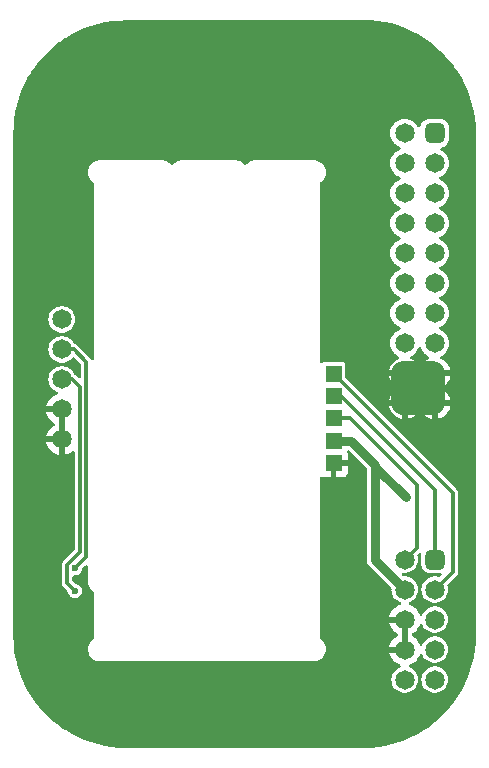
<source format=gbl>
%TF.GenerationSoftware,KiCad,Pcbnew,8.0.6*%
%TF.CreationDate,2024-11-04T19:51:36+01:00*%
%TF.ProjectId,Motor_Driver_carrier_board,4d6f746f-725f-4447-9269-7665725f6361,rev?*%
%TF.SameCoordinates,Original*%
%TF.FileFunction,Copper,L2,Bot*%
%TF.FilePolarity,Positive*%
%FSLAX46Y46*%
G04 Gerber Fmt 4.6, Leading zero omitted, Abs format (unit mm)*
G04 Created by KiCad (PCBNEW 8.0.6) date 2024-11-04 19:51:36*
%MOMM*%
%LPD*%
G01*
G04 APERTURE LIST*
G04 Aperture macros list*
%AMRoundRect*
0 Rectangle with rounded corners*
0 $1 Rounding radius*
0 $2 $3 $4 $5 $6 $7 $8 $9 X,Y pos of 4 corners*
0 Add a 4 corners polygon primitive as box body*
4,1,4,$2,$3,$4,$5,$6,$7,$8,$9,$2,$3,0*
0 Add four circle primitives for the rounded corners*
1,1,$1+$1,$2,$3*
1,1,$1+$1,$4,$5*
1,1,$1+$1,$6,$7*
1,1,$1+$1,$8,$9*
0 Add four rect primitives between the rounded corners*
20,1,$1+$1,$2,$3,$4,$5,0*
20,1,$1+$1,$4,$5,$6,$7,0*
20,1,$1+$1,$6,$7,$8,$9,0*
20,1,$1+$1,$8,$9,$2,$3,0*%
G04 Aperture macros list end*
%TA.AperFunction,ComponentPad*%
%ADD10C,1.650000*%
%TD*%
%TA.AperFunction,ComponentPad*%
%ADD11RoundRect,0.412500X0.412500X-0.412500X0.412500X0.412500X-0.412500X0.412500X-0.412500X-0.412500X0*%
%TD*%
%TA.AperFunction,SMDPad,CuDef*%
%ADD12R,1.400000X1.400000*%
%TD*%
%TA.AperFunction,ViaPad*%
%ADD13C,0.600000*%
%TD*%
%TA.AperFunction,ViaPad*%
%ADD14C,1.200000*%
%TD*%
%TA.AperFunction,Conductor*%
%ADD15C,2.000000*%
%TD*%
%TA.AperFunction,Conductor*%
%ADD16C,0.300000*%
%TD*%
%TA.AperFunction,Conductor*%
%ADD17C,0.800000*%
%TD*%
%ADD18C,0.300000*%
%ADD19C,0.350000*%
G04 APERTURE END LIST*
D10*
%TO.P,J3,1,1*%
%TO.N,SWDIO*%
X121800000Y-62120000D03*
%TO.P,J3,2,2*%
%TO.N,SWCLK*%
X121800000Y-64660000D03*
%TO.P,J3,3,3*%
%TO.N,3.3V*%
X121800000Y-67200000D03*
%TO.P,J3,4,4*%
%TO.N,GND*%
X121800000Y-69740000D03*
%TO.P,J3,5,5*%
X121800000Y-72280000D03*
%TD*%
D11*
%TO.P,P2,1,1*%
%TO.N,OUT1*%
X153375000Y-46350000D03*
D10*
%TO.P,P2,2,2*%
X150835000Y-46350000D03*
%TO.P,P2,3,3*%
X153375000Y-48890000D03*
%TO.P,P2,4,4*%
X150835000Y-48890000D03*
%TO.P,P2,5,5*%
%TO.N,OUT2*%
X153375000Y-51430000D03*
%TO.P,P2,6,6*%
X150835000Y-51430000D03*
%TO.P,P2,7,7*%
X153375000Y-53970000D03*
%TO.P,P2,8,8*%
X150835000Y-53970000D03*
%TO.P,P2,9,9*%
%TO.N,OUT3*%
X153375000Y-56510000D03*
%TO.P,P2,10,10*%
X150835000Y-56510000D03*
%TO.P,P2,11,11*%
X153375000Y-59050000D03*
%TO.P,P2,12,12*%
X150835000Y-59050000D03*
%TO.P,P2,13,13*%
%TO.N,24V*%
X153375000Y-61590000D03*
%TO.P,P2,14,14*%
X150835000Y-61590000D03*
%TO.P,P2,15,15*%
X153375000Y-64130000D03*
%TO.P,P2,16,16*%
X150835000Y-64130000D03*
%TO.P,P2,17,17*%
%TO.N,GND*%
X153375000Y-66670000D03*
%TO.P,P2,18,18*%
X150835000Y-66670000D03*
%TO.P,P2,19,19*%
X153375000Y-69210000D03*
%TO.P,P2,20,20*%
X150835000Y-69210000D03*
D11*
%TO.P,P2,21,21*%
%TO.N,H2*%
X153375000Y-82450000D03*
D10*
%TO.P,P2,22,22*%
%TO.N,H3*%
X150835000Y-82450000D03*
%TO.P,P2,23,23*%
%TO.N,H1*%
X153375000Y-84990000D03*
%TO.P,P2,24,24*%
%TO.N,5V*%
X150835000Y-84990000D03*
%TO.P,P2,25,25*%
%TO.N,RX*%
X153375000Y-87530000D03*
%TO.P,P2,26,26*%
%TO.N,GND*%
X150835000Y-87530000D03*
%TO.P,P2,27,27*%
%TO.N,5V*%
X153375000Y-90070000D03*
%TO.P,P2,28,28*%
%TO.N,GND*%
X150835000Y-90070000D03*
%TO.P,P2,29,29*%
%TO.N,TX*%
X153375000Y-92610000D03*
%TO.P,P2,30,30*%
%TO.N,PWM*%
X150835000Y-92610000D03*
%TD*%
D12*
%TO.P,GND,1*%
%TO.N,GND*%
X144800000Y-74300000D03*
%TD*%
%TO.P,H2,1*%
%TO.N,H2*%
X144800000Y-68600000D03*
%TD*%
%TO.P,5V,1*%
%TO.N,5V*%
X144800000Y-72400000D03*
%TD*%
%TO.P,H1,1*%
%TO.N,H1*%
X144800000Y-66700000D03*
%TD*%
%TO.P,H3,1*%
%TO.N,H3*%
X144800000Y-70500000D03*
%TD*%
D13*
%TO.N,GND*%
X122900000Y-87000000D03*
D14*
X125800000Y-93300000D03*
D13*
%TO.N,3.3V*%
X122900000Y-85100000D03*
%TO.N,SWCLK*%
X122900000Y-83200000D03*
%TO.N,5V*%
X150900000Y-77150000D03*
%TD*%
D15*
%TO.N,GND*%
X150660000Y-66670000D02*
X150660000Y-69210000D01*
X153200000Y-69210000D02*
X150660000Y-69210000D01*
X153200000Y-66670000D02*
X150660000Y-66670000D01*
X153200000Y-66670000D02*
X153200000Y-69210000D01*
X150660000Y-69210000D02*
X153200000Y-66670000D01*
D16*
%TO.N,3.3V*%
X122250000Y-82900000D02*
X123344500Y-81805500D01*
X122250000Y-84450000D02*
X122250000Y-82900000D01*
X122700000Y-67200000D02*
X121800000Y-67200000D01*
X123344500Y-81805500D02*
X123344500Y-67844500D01*
X123344500Y-67844500D02*
X122700000Y-67200000D01*
X122900000Y-85100000D02*
X122250000Y-84450000D01*
%TO.N,SWCLK*%
X123844500Y-82255500D02*
X123844500Y-80300761D01*
X123844500Y-71919239D02*
X123844500Y-67580761D01*
X123844500Y-67580761D02*
X123850000Y-67575261D01*
X122900000Y-83200000D02*
X123844500Y-82255500D01*
X123850000Y-67575261D02*
X123850000Y-65700000D01*
X123850000Y-80295261D02*
X123850000Y-71924739D01*
X123850000Y-71924739D02*
X123844500Y-71919239D01*
X123844500Y-80300761D02*
X123850000Y-80295261D01*
X123850000Y-65700000D02*
X122810000Y-64660000D01*
X122810000Y-64660000D02*
X121800000Y-64660000D01*
%TO.N,H1*%
X154900000Y-76800000D02*
X154900000Y-83465000D01*
X144800000Y-66700000D02*
X154900000Y-76800000D01*
X154900000Y-83465000D02*
X153375000Y-84990000D01*
%TO.N,H3*%
X151850000Y-81435000D02*
X150835000Y-82450000D01*
X144800000Y-70500000D02*
X146200000Y-70500000D01*
X146200000Y-70500000D02*
X151850000Y-76150000D01*
X151850000Y-76150000D02*
X151850000Y-81435000D01*
D17*
%TO.N,5V*%
X144800000Y-72400000D02*
X146300000Y-72400000D01*
X148350000Y-82505000D02*
X150835000Y-84990000D01*
X150900000Y-77150000D02*
X148350000Y-74600000D01*
X148350000Y-74450000D02*
X148350000Y-82505000D01*
X148350000Y-74600000D02*
X148350000Y-74450000D01*
X146300000Y-72400000D02*
X148350000Y-74450000D01*
D16*
%TO.N,H2*%
X144800000Y-68600000D02*
X145450000Y-68600000D01*
X145450000Y-68600000D02*
X153375000Y-76525000D01*
X153375000Y-76525000D02*
X153375000Y-82450000D01*
%TD*%
%TA.AperFunction,Conductor*%
%TO.N,GND*%
G36*
X151085000Y-89579252D02*
G01*
X151047292Y-89557482D01*
X150907409Y-89520000D01*
X150762591Y-89520000D01*
X150622708Y-89557482D01*
X150585000Y-89579252D01*
X150585000Y-88020747D01*
X150622708Y-88042518D01*
X150762591Y-88080000D01*
X150907409Y-88080000D01*
X151047292Y-88042518D01*
X151085000Y-88020747D01*
X151085000Y-89579252D01*
G37*
%TD.AperFunction*%
%TA.AperFunction,Conductor*%
G36*
X122050000Y-71789252D02*
G01*
X122012292Y-71767482D01*
X121872409Y-71730000D01*
X121727591Y-71730000D01*
X121587708Y-71767482D01*
X121550000Y-71789252D01*
X121550000Y-70230747D01*
X121587708Y-70252518D01*
X121727591Y-70290000D01*
X121872409Y-70290000D01*
X122012292Y-70252518D01*
X122050000Y-70230747D01*
X122050000Y-71789252D01*
G37*
%TD.AperFunction*%
%TA.AperFunction,Conductor*%
G36*
X152862482Y-68997708D02*
G01*
X152825000Y-69137591D01*
X152825000Y-69282409D01*
X152862482Y-69422292D01*
X152884252Y-69460000D01*
X151325748Y-69460000D01*
X151347518Y-69422292D01*
X151385000Y-69282409D01*
X151385000Y-69137591D01*
X151347518Y-68997708D01*
X151325748Y-68960000D01*
X152884252Y-68960000D01*
X152862482Y-68997708D01*
G37*
%TD.AperFunction*%
%TA.AperFunction,Conductor*%
G36*
X151085000Y-68719252D02*
G01*
X151047292Y-68697482D01*
X150907409Y-68660000D01*
X150762591Y-68660000D01*
X150622708Y-68697482D01*
X150585000Y-68719252D01*
X150585000Y-67160747D01*
X150622708Y-67182518D01*
X150762591Y-67220000D01*
X150907409Y-67220000D01*
X151047292Y-67182518D01*
X151085000Y-67160747D01*
X151085000Y-68719252D01*
G37*
%TD.AperFunction*%
%TA.AperFunction,Conductor*%
G36*
X153625000Y-68719252D02*
G01*
X153587292Y-68697482D01*
X153447409Y-68660000D01*
X153302591Y-68660000D01*
X153162708Y-68697482D01*
X153125000Y-68719252D01*
X153125000Y-67160747D01*
X153162708Y-67182518D01*
X153302591Y-67220000D01*
X153447409Y-67220000D01*
X153587292Y-67182518D01*
X153625000Y-67160747D01*
X153625000Y-68719252D01*
G37*
%TD.AperFunction*%
%TA.AperFunction,Conductor*%
G36*
X152172864Y-67271321D02*
G01*
X152217383Y-67322698D01*
X152223134Y-67335032D01*
X152356118Y-67524951D01*
X152520048Y-67688881D01*
X152709970Y-67821867D01*
X152709974Y-67821869D01*
X152722303Y-67827619D01*
X152774742Y-67873792D01*
X152793893Y-67940986D01*
X152773676Y-68007867D01*
X152722303Y-68052381D01*
X152709975Y-68058129D01*
X152709968Y-68058133D01*
X152520051Y-68191114D01*
X152356114Y-68355051D01*
X152223133Y-68544968D01*
X152223129Y-68544975D01*
X152217381Y-68557303D01*
X152171208Y-68609742D01*
X152104014Y-68628893D01*
X152037133Y-68608676D01*
X151992619Y-68557303D01*
X151986870Y-68544975D01*
X151986866Y-68544968D01*
X151853885Y-68355051D01*
X151689951Y-68191118D01*
X151500032Y-68058134D01*
X151487698Y-68052383D01*
X151435258Y-68006211D01*
X151416106Y-67939017D01*
X151436321Y-67872136D01*
X151487698Y-67827617D01*
X151500032Y-67821865D01*
X151689951Y-67688881D01*
X151853881Y-67524951D01*
X151986865Y-67335032D01*
X151992617Y-67322698D01*
X152038789Y-67270258D01*
X152105983Y-67251106D01*
X152172864Y-67271321D01*
G37*
%TD.AperFunction*%
%TA.AperFunction,Conductor*%
G36*
X152862482Y-66457708D02*
G01*
X152825000Y-66597591D01*
X152825000Y-66742409D01*
X152862482Y-66882292D01*
X152884252Y-66920000D01*
X151325748Y-66920000D01*
X151347518Y-66882292D01*
X151385000Y-66742409D01*
X151385000Y-66597591D01*
X151347518Y-66457708D01*
X151325748Y-66420000D01*
X152884252Y-66420000D01*
X152862482Y-66457708D01*
G37*
%TD.AperFunction*%
%TA.AperFunction,Conductor*%
G36*
X152172865Y-64495884D02*
G01*
X152217382Y-64547259D01*
X152219007Y-64550744D01*
X152219008Y-64550747D01*
X152309632Y-64745091D01*
X152432627Y-64920745D01*
X152584255Y-65072373D01*
X152759909Y-65195368D01*
X152840020Y-65232724D01*
X152892460Y-65278896D01*
X152911612Y-65346089D01*
X152891397Y-65412970D01*
X152840021Y-65457488D01*
X152709970Y-65518132D01*
X152709968Y-65518133D01*
X152520051Y-65651114D01*
X152356114Y-65815051D01*
X152223133Y-66004968D01*
X152223129Y-66004975D01*
X152217381Y-66017303D01*
X152171208Y-66069742D01*
X152104014Y-66088893D01*
X152037133Y-66068676D01*
X151992619Y-66017303D01*
X151986870Y-66004975D01*
X151986866Y-66004968D01*
X151853885Y-65815051D01*
X151689951Y-65651118D01*
X151500030Y-65518132D01*
X151369978Y-65457488D01*
X151317539Y-65411315D01*
X151298387Y-65344122D01*
X151318603Y-65277241D01*
X151369974Y-65232726D01*
X151450091Y-65195368D01*
X151625745Y-65072373D01*
X151777373Y-64920745D01*
X151900368Y-64745091D01*
X151990992Y-64550747D01*
X151990992Y-64550744D01*
X151992618Y-64547259D01*
X152038790Y-64494820D01*
X152105984Y-64475668D01*
X152172865Y-64495884D01*
G37*
%TD.AperFunction*%
%TA.AperFunction,Conductor*%
G36*
X147350237Y-36750592D02*
G01*
X147941268Y-36772052D01*
X147948975Y-36772573D01*
X148536386Y-36830872D01*
X148544074Y-36831880D01*
X149126637Y-36926825D01*
X149134248Y-36928311D01*
X149709749Y-37059539D01*
X149717259Y-37061501D01*
X150283404Y-37228488D01*
X150290758Y-37230910D01*
X150845350Y-37433010D01*
X150852532Y-37435885D01*
X151393414Y-37672312D01*
X151400416Y-37675639D01*
X151925419Y-37945449D01*
X151932167Y-37949188D01*
X152403219Y-38229859D01*
X152439259Y-38251333D01*
X152445801Y-38255514D01*
X152932953Y-38588785D01*
X152939213Y-38593361D01*
X153404582Y-38956494D01*
X153410551Y-38961460D01*
X153852255Y-39352989D01*
X153857880Y-39358298D01*
X154058712Y-39560131D01*
X154274226Y-39776720D01*
X154279523Y-39782388D01*
X154535352Y-40073910D01*
X154668853Y-40226038D01*
X154673790Y-40232033D01*
X155034590Y-40699187D01*
X155039142Y-40705478D01*
X155369985Y-41194283D01*
X155374134Y-41200846D01*
X155673743Y-41709418D01*
X155677473Y-41716229D01*
X155944659Y-42242552D01*
X155947955Y-42249583D01*
X156181667Y-42791583D01*
X156184517Y-42798806D01*
X156383854Y-43354391D01*
X156386246Y-43361779D01*
X156550412Y-43928737D01*
X156552337Y-43936260D01*
X156680694Y-44512381D01*
X156682145Y-44520009D01*
X156774192Y-45103051D01*
X156775162Y-45110755D01*
X156830534Y-45698404D01*
X156831020Y-45706155D01*
X156849561Y-46298045D01*
X156849622Y-46301927D01*
X156849500Y-88834106D01*
X156849500Y-88898046D01*
X156849439Y-88901941D01*
X156830877Y-89492582D01*
X156830388Y-89500356D01*
X156774959Y-90086732D01*
X156773982Y-90094461D01*
X156681849Y-90676169D01*
X156680390Y-90683821D01*
X156551903Y-91258638D01*
X156549965Y-91266183D01*
X156385648Y-91831765D01*
X156383242Y-91839168D01*
X156379881Y-91848507D01*
X156183735Y-92393323D01*
X156180868Y-92400565D01*
X155946952Y-92941113D01*
X155943635Y-92948162D01*
X155676241Y-93472951D01*
X155672488Y-93479777D01*
X155372675Y-93986734D01*
X155368501Y-93993311D01*
X155037444Y-94480446D01*
X155032865Y-94486748D01*
X154671887Y-94952118D01*
X154666922Y-94958121D01*
X154277406Y-95399940D01*
X154272073Y-95405618D01*
X153855618Y-95822073D01*
X153849940Y-95827406D01*
X153408121Y-96216922D01*
X153402118Y-96221887D01*
X152936748Y-96582865D01*
X152930446Y-96587444D01*
X152443311Y-96918501D01*
X152436734Y-96922675D01*
X151929777Y-97222488D01*
X151922951Y-97226241D01*
X151398162Y-97493635D01*
X151391113Y-97496952D01*
X150850565Y-97730868D01*
X150843323Y-97733735D01*
X150461504Y-97871198D01*
X150289168Y-97933242D01*
X150281765Y-97935648D01*
X149716183Y-98099965D01*
X149708638Y-98101903D01*
X149133821Y-98230390D01*
X149126169Y-98231849D01*
X148544461Y-98323982D01*
X148536732Y-98324959D01*
X147950356Y-98380388D01*
X147942582Y-98380877D01*
X147351941Y-98399439D01*
X147348046Y-98399500D01*
X127201954Y-98399500D01*
X127198059Y-98399439D01*
X126607417Y-98380877D01*
X126599643Y-98380388D01*
X126013267Y-98324959D01*
X126005538Y-98323982D01*
X125423830Y-98231849D01*
X125416178Y-98230390D01*
X124841361Y-98101903D01*
X124833816Y-98099965D01*
X124268234Y-97935648D01*
X124260840Y-97933246D01*
X123706676Y-97733735D01*
X123699434Y-97730868D01*
X123158886Y-97496952D01*
X123151837Y-97493635D01*
X122627048Y-97226241D01*
X122620222Y-97222488D01*
X122113265Y-96922675D01*
X122106688Y-96918501D01*
X121619553Y-96587444D01*
X121613251Y-96582865D01*
X121147881Y-96221887D01*
X121141878Y-96216922D01*
X120700059Y-95827406D01*
X120694381Y-95822073D01*
X120277926Y-95405618D01*
X120272593Y-95399940D01*
X119883077Y-94958121D01*
X119878112Y-94952118D01*
X119517134Y-94486748D01*
X119512555Y-94480446D01*
X119181498Y-93993311D01*
X119177324Y-93986734D01*
X118877511Y-93479777D01*
X118873758Y-93472951D01*
X118606364Y-92948162D01*
X118603047Y-92941113D01*
X118369131Y-92400565D01*
X118366270Y-92393338D01*
X118166746Y-91839139D01*
X118164358Y-91831789D01*
X118000031Y-91266172D01*
X117998096Y-91258638D01*
X117975416Y-91157173D01*
X117869605Y-90683802D01*
X117868153Y-90676188D01*
X117776016Y-90094459D01*
X117775040Y-90086732D01*
X117769792Y-90031211D01*
X117719610Y-89500340D01*
X117719123Y-89492598D01*
X117700561Y-88901941D01*
X117700500Y-88898046D01*
X117700500Y-69490000D01*
X120495247Y-69490000D01*
X121309252Y-69490000D01*
X121287482Y-69527708D01*
X121250000Y-69667591D01*
X121250000Y-69812409D01*
X121287482Y-69952292D01*
X121309252Y-69990000D01*
X120495247Y-69990000D01*
X120550148Y-70194900D01*
X120550152Y-70194909D01*
X120648132Y-70405030D01*
X120781118Y-70594951D01*
X120945048Y-70758881D01*
X121134970Y-70891867D01*
X121134974Y-70891869D01*
X121147303Y-70897619D01*
X121199742Y-70943792D01*
X121218893Y-71010986D01*
X121198676Y-71077867D01*
X121147303Y-71122381D01*
X121134975Y-71128129D01*
X121134968Y-71128133D01*
X120945051Y-71261114D01*
X120781114Y-71425051D01*
X120648133Y-71614968D01*
X120648132Y-71614970D01*
X120550152Y-71825090D01*
X120550148Y-71825099D01*
X120495247Y-72030000D01*
X121309252Y-72030000D01*
X121287482Y-72067708D01*
X121250000Y-72207591D01*
X121250000Y-72352409D01*
X121287482Y-72492292D01*
X121309252Y-72530000D01*
X120495247Y-72530000D01*
X120550148Y-72734900D01*
X120550152Y-72734909D01*
X120648132Y-72945030D01*
X120781118Y-73134951D01*
X120945048Y-73298881D01*
X121134969Y-73431867D01*
X121345090Y-73529847D01*
X121345099Y-73529851D01*
X121550000Y-73584752D01*
X121550000Y-72770747D01*
X121587708Y-72792518D01*
X121727591Y-72830000D01*
X121872409Y-72830000D01*
X122012292Y-72792518D01*
X122050000Y-72770747D01*
X122050000Y-73584751D01*
X122254900Y-73529851D01*
X122254909Y-73529847D01*
X122465030Y-73431867D01*
X122654951Y-73298881D01*
X122682319Y-73271514D01*
X122743642Y-73238029D01*
X122813334Y-73243013D01*
X122869267Y-73284885D01*
X122893684Y-73350349D01*
X122894000Y-73359195D01*
X122894000Y-81567534D01*
X122874315Y-81634573D01*
X122857681Y-81655215D01*
X121889513Y-82623383D01*
X121889509Y-82623389D01*
X121830201Y-82726112D01*
X121830200Y-82726117D01*
X121799500Y-82840691D01*
X121799500Y-84509308D01*
X121818891Y-84581680D01*
X121830200Y-84623885D01*
X121830200Y-84623886D01*
X121830201Y-84623887D01*
X121889511Y-84726614D01*
X121889513Y-84726616D01*
X122269317Y-85106421D01*
X122302802Y-85167744D01*
X122304575Y-85177916D01*
X122314955Y-85256761D01*
X122373591Y-85398319D01*
X122375464Y-85402841D01*
X122471718Y-85528282D01*
X122597159Y-85624536D01*
X122743238Y-85685044D01*
X122821619Y-85695363D01*
X122899999Y-85705682D01*
X122900000Y-85705682D01*
X122900001Y-85705682D01*
X122952254Y-85698802D01*
X123056762Y-85685044D01*
X123202841Y-85624536D01*
X123328282Y-85528282D01*
X123424536Y-85402841D01*
X123485044Y-85256762D01*
X123505682Y-85100000D01*
X123485044Y-84943238D01*
X123424536Y-84797159D01*
X123328282Y-84671718D01*
X123202841Y-84575464D01*
X123202274Y-84575229D01*
X123056761Y-84514955D01*
X122977916Y-84504575D01*
X122914019Y-84476308D01*
X122906421Y-84469317D01*
X122736819Y-84299715D01*
X122703334Y-84238392D01*
X122700500Y-84212034D01*
X122700500Y-83920812D01*
X122720185Y-83853773D01*
X122772989Y-83808018D01*
X122840685Y-83797873D01*
X122900000Y-83805682D01*
X122900001Y-83805682D01*
X122952254Y-83798802D01*
X123056762Y-83785044D01*
X123202841Y-83724536D01*
X123328282Y-83628282D01*
X123424536Y-83502841D01*
X123485044Y-83356762D01*
X123495424Y-83277915D01*
X123523688Y-83214021D01*
X123530669Y-83206433D01*
X123782319Y-82954784D01*
X123843642Y-82921299D01*
X123913334Y-82926283D01*
X123969267Y-82968155D01*
X123993684Y-83033619D01*
X123994000Y-83042465D01*
X123994000Y-84377534D01*
X124024398Y-84549937D01*
X124084275Y-84714446D01*
X124171809Y-84866057D01*
X124284336Y-85000163D01*
X124418442Y-85112690D01*
X124418443Y-85112691D01*
X124418445Y-85112692D01*
X124437500Y-85123693D01*
X124485716Y-85174260D01*
X124499500Y-85231080D01*
X124499500Y-89110482D01*
X124499497Y-89110532D01*
X124499497Y-89112084D01*
X124499380Y-89112480D01*
X124498617Y-89125256D01*
X124498614Y-89125281D01*
X124495723Y-89124934D01*
X124479812Y-89179123D01*
X124447668Y-89209771D01*
X124449068Y-89211602D01*
X124448504Y-89212033D01*
X124437807Y-89219173D01*
X124437495Y-89219472D01*
X124436505Y-89220043D01*
X124435336Y-89220824D01*
X124418561Y-89230534D01*
X124418555Y-89230538D01*
X124276353Y-89352912D01*
X124276349Y-89352916D01*
X124203801Y-89443889D01*
X124159368Y-89499606D01*
X124073710Y-89661681D01*
X124071698Y-89665487D01*
X124016398Y-89844766D01*
X124016395Y-89844779D01*
X123995389Y-90031211D01*
X124009410Y-90218304D01*
X124057970Y-90399537D01*
X124118347Y-90524909D01*
X124139376Y-90568576D01*
X124250789Y-90719536D01*
X124388325Y-90847150D01*
X124547188Y-90946971D01*
X124547191Y-90946972D01*
X124547190Y-90946972D01*
X124610997Y-90972014D01*
X124721840Y-91015516D01*
X124906190Y-91050397D01*
X124925489Y-91050417D01*
X124926715Y-91050500D01*
X124934108Y-91050500D01*
X143223317Y-91050500D01*
X143224537Y-91050417D01*
X143243810Y-91050397D01*
X143428160Y-91015516D01*
X143602812Y-90946971D01*
X143761675Y-90847150D01*
X143899211Y-90719536D01*
X144010624Y-90568576D01*
X144092030Y-90399536D01*
X144140589Y-90218308D01*
X144154610Y-90031211D01*
X144133603Y-89844770D01*
X144078301Y-89665485D01*
X143990632Y-89499606D01*
X143873652Y-89352918D01*
X143873650Y-89352916D01*
X143873646Y-89352912D01*
X143797271Y-89287187D01*
X143731441Y-89230536D01*
X143714729Y-89220863D01*
X143713717Y-89220185D01*
X143712485Y-89219474D01*
X143712188Y-89219162D01*
X143701355Y-89211914D01*
X143700869Y-89211541D01*
X143702677Y-89209184D01*
X143664277Y-89168899D01*
X143653648Y-89125010D01*
X143651386Y-89125282D01*
X143651383Y-89125257D01*
X143650621Y-89112511D01*
X143650502Y-89112019D01*
X143650502Y-89110532D01*
X143650500Y-89110483D01*
X143650500Y-75535807D01*
X143670185Y-75468768D01*
X143722989Y-75423013D01*
X143792147Y-75413069D01*
X143848814Y-75436542D01*
X143857913Y-75443354D01*
X143992620Y-75493596D01*
X143992627Y-75493598D01*
X144052155Y-75499999D01*
X144052172Y-75500000D01*
X144550000Y-75500000D01*
X145050000Y-75500000D01*
X145547828Y-75500000D01*
X145547844Y-75499999D01*
X145607372Y-75493598D01*
X145607379Y-75493596D01*
X145742086Y-75443354D01*
X145742093Y-75443350D01*
X145857187Y-75357190D01*
X145857190Y-75357187D01*
X145943350Y-75242093D01*
X145943354Y-75242086D01*
X145993596Y-75107379D01*
X145993598Y-75107372D01*
X145999999Y-75047844D01*
X146000000Y-75047827D01*
X146000000Y-74550000D01*
X145050000Y-74550000D01*
X145050000Y-75500000D01*
X144550000Y-75500000D01*
X144550000Y-74174000D01*
X144569685Y-74106961D01*
X144622489Y-74061206D01*
X144674000Y-74050000D01*
X146000000Y-74050000D01*
X146000000Y-73552172D01*
X145999999Y-73552155D01*
X145993598Y-73492627D01*
X145993596Y-73492620D01*
X145949882Y-73375416D01*
X145944898Y-73305725D01*
X145978383Y-73244402D01*
X146039706Y-73210917D01*
X146109398Y-73215901D01*
X146153745Y-73244402D01*
X147613181Y-74703838D01*
X147646666Y-74765161D01*
X147649500Y-74791519D01*
X147649500Y-82436006D01*
X147649500Y-82573994D01*
X147649500Y-82573996D01*
X147649499Y-82573996D01*
X147676418Y-82709322D01*
X147676421Y-82709332D01*
X147729222Y-82836807D01*
X147805887Y-82951545D01*
X147805888Y-82951546D01*
X149675361Y-84821018D01*
X149708846Y-84882341D01*
X149711151Y-84920140D01*
X149704678Y-84989998D01*
X149704678Y-84990000D01*
X149723923Y-85197691D01*
X149723923Y-85197693D01*
X149723924Y-85197696D01*
X149740730Y-85256762D01*
X149781007Y-85398322D01*
X149845719Y-85528281D01*
X149873981Y-85585038D01*
X149999682Y-85751493D01*
X150153829Y-85892016D01*
X150331172Y-86001823D01*
X150331175Y-86001824D01*
X150421866Y-86036958D01*
X150477268Y-86079531D01*
X150500859Y-86145297D01*
X150485148Y-86213378D01*
X150435124Y-86262157D01*
X150409167Y-86272360D01*
X150380097Y-86280149D01*
X150380090Y-86280152D01*
X150169970Y-86378132D01*
X150169968Y-86378133D01*
X149980051Y-86511114D01*
X149816114Y-86675051D01*
X149683133Y-86864968D01*
X149683132Y-86864970D01*
X149585152Y-87075090D01*
X149585148Y-87075099D01*
X149530247Y-87280000D01*
X150344252Y-87280000D01*
X150322482Y-87317708D01*
X150285000Y-87457591D01*
X150285000Y-87602409D01*
X150322482Y-87742292D01*
X150344252Y-87780000D01*
X149530247Y-87780000D01*
X149585148Y-87984900D01*
X149585152Y-87984909D01*
X149683132Y-88195030D01*
X149816118Y-88384951D01*
X149980048Y-88548881D01*
X150169970Y-88681867D01*
X150169974Y-88681869D01*
X150182303Y-88687619D01*
X150234742Y-88733792D01*
X150253893Y-88800986D01*
X150233676Y-88867867D01*
X150182303Y-88912381D01*
X150169975Y-88918129D01*
X150169968Y-88918133D01*
X149980051Y-89051114D01*
X149816114Y-89215051D01*
X149683133Y-89404968D01*
X149683132Y-89404970D01*
X149585152Y-89615090D01*
X149585148Y-89615099D01*
X149530247Y-89820000D01*
X150344252Y-89820000D01*
X150322482Y-89857708D01*
X150285000Y-89997591D01*
X150285000Y-90142409D01*
X150322482Y-90282292D01*
X150344252Y-90320000D01*
X149530247Y-90320000D01*
X149585148Y-90524900D01*
X149585152Y-90524909D01*
X149683132Y-90735030D01*
X149816118Y-90924951D01*
X149980048Y-91088881D01*
X150169969Y-91221867D01*
X150380090Y-91319847D01*
X150380104Y-91319853D01*
X150409164Y-91327639D01*
X150468825Y-91364002D01*
X150499356Y-91426849D01*
X150491062Y-91496224D01*
X150446578Y-91550103D01*
X150421868Y-91563040D01*
X150331178Y-91598173D01*
X150331171Y-91598177D01*
X150153827Y-91707985D01*
X149999683Y-91848505D01*
X149873981Y-92014961D01*
X149781007Y-92201677D01*
X149781006Y-92201681D01*
X149725434Y-92396999D01*
X149723923Y-92402308D01*
X149704678Y-92609999D01*
X149704678Y-92610000D01*
X149723923Y-92817691D01*
X149723923Y-92817693D01*
X149723924Y-92817696D01*
X149781006Y-93018319D01*
X149873981Y-93205038D01*
X149999682Y-93371493D01*
X150153829Y-93512016D01*
X150331172Y-93621823D01*
X150525673Y-93697173D01*
X150730707Y-93735500D01*
X150730710Y-93735500D01*
X150939290Y-93735500D01*
X150939293Y-93735500D01*
X151144327Y-93697173D01*
X151338828Y-93621823D01*
X151516171Y-93512016D01*
X151670318Y-93371493D01*
X151796019Y-93205038D01*
X151888994Y-93018319D01*
X151946076Y-92817696D01*
X151965322Y-92610000D01*
X151965322Y-92609999D01*
X152244678Y-92609999D01*
X152244678Y-92610000D01*
X152263923Y-92817691D01*
X152263923Y-92817693D01*
X152263924Y-92817696D01*
X152321006Y-93018319D01*
X152413981Y-93205038D01*
X152539682Y-93371493D01*
X152693829Y-93512016D01*
X152871172Y-93621823D01*
X153065673Y-93697173D01*
X153270707Y-93735500D01*
X153270710Y-93735500D01*
X153479290Y-93735500D01*
X153479293Y-93735500D01*
X153684327Y-93697173D01*
X153878828Y-93621823D01*
X154056171Y-93512016D01*
X154210318Y-93371493D01*
X154336019Y-93205038D01*
X154428994Y-93018319D01*
X154486076Y-92817696D01*
X154505322Y-92610000D01*
X154486076Y-92402304D01*
X154428994Y-92201681D01*
X154336019Y-92014962D01*
X154210318Y-91848507D01*
X154056171Y-91707984D01*
X153878828Y-91598177D01*
X153878827Y-91598176D01*
X153736609Y-91543081D01*
X153684327Y-91522827D01*
X153479293Y-91484500D01*
X153270707Y-91484500D01*
X153065673Y-91522827D01*
X153065670Y-91522827D01*
X153065670Y-91522828D01*
X152871172Y-91598176D01*
X152871171Y-91598177D01*
X152693827Y-91707985D01*
X152539683Y-91848505D01*
X152413981Y-92014961D01*
X152321007Y-92201677D01*
X152321006Y-92201681D01*
X152265434Y-92396999D01*
X152263923Y-92402308D01*
X152244678Y-92609999D01*
X151965322Y-92609999D01*
X151946076Y-92402304D01*
X151888994Y-92201681D01*
X151796019Y-92014962D01*
X151670318Y-91848507D01*
X151516171Y-91707984D01*
X151338828Y-91598177D01*
X151338827Y-91598176D01*
X151248132Y-91563041D01*
X151192730Y-91520468D01*
X151169140Y-91454701D01*
X151184851Y-91386620D01*
X151234875Y-91337842D01*
X151260836Y-91327638D01*
X151289903Y-91319850D01*
X151289909Y-91319847D01*
X151500030Y-91221867D01*
X151689951Y-91088881D01*
X151853881Y-90924951D01*
X151986867Y-90735030D01*
X152084847Y-90524909D01*
X152084852Y-90524898D01*
X152090810Y-90502662D01*
X152127174Y-90443001D01*
X152190020Y-90412471D01*
X152259396Y-90420765D01*
X152313274Y-90465250D01*
X152321585Y-90479482D01*
X152344205Y-90524909D01*
X152413981Y-90665038D01*
X152539682Y-90831493D01*
X152693829Y-90972016D01*
X152871172Y-91081823D01*
X153065673Y-91157173D01*
X153270707Y-91195500D01*
X153270710Y-91195500D01*
X153479290Y-91195500D01*
X153479293Y-91195500D01*
X153684327Y-91157173D01*
X153878828Y-91081823D01*
X154056171Y-90972016D01*
X154210318Y-90831493D01*
X154336019Y-90665038D01*
X154428994Y-90478319D01*
X154486076Y-90277696D01*
X154505322Y-90070000D01*
X154486076Y-89862304D01*
X154428994Y-89661681D01*
X154336019Y-89474962D01*
X154210318Y-89308507D01*
X154056171Y-89167984D01*
X153878828Y-89058177D01*
X153878827Y-89058176D01*
X153736609Y-89003081D01*
X153684327Y-88982827D01*
X153479293Y-88944500D01*
X153270707Y-88944500D01*
X153065673Y-88982827D01*
X153065670Y-88982827D01*
X153065670Y-88982828D01*
X152871172Y-89058176D01*
X152871171Y-89058177D01*
X152693827Y-89167985D01*
X152539683Y-89308505D01*
X152413981Y-89474961D01*
X152321585Y-89660517D01*
X152274082Y-89711754D01*
X152206419Y-89729175D01*
X152140079Y-89707249D01*
X152096124Y-89652938D01*
X152090810Y-89637338D01*
X152084851Y-89615099D01*
X152084847Y-89615090D01*
X151986867Y-89404970D01*
X151986866Y-89404968D01*
X151853885Y-89215051D01*
X151689951Y-89051118D01*
X151500032Y-88918134D01*
X151487698Y-88912383D01*
X151435258Y-88866211D01*
X151416106Y-88799017D01*
X151436321Y-88732136D01*
X151487698Y-88687617D01*
X151500032Y-88681865D01*
X151689951Y-88548881D01*
X151853881Y-88384951D01*
X151986867Y-88195030D01*
X152084847Y-87984909D01*
X152084852Y-87984898D01*
X152090810Y-87962662D01*
X152127174Y-87903001D01*
X152190020Y-87872471D01*
X152259396Y-87880765D01*
X152313274Y-87925250D01*
X152321585Y-87939482D01*
X152344205Y-87984909D01*
X152413981Y-88125038D01*
X152539682Y-88291493D01*
X152693829Y-88432016D01*
X152871172Y-88541823D01*
X153065673Y-88617173D01*
X153270707Y-88655500D01*
X153270710Y-88655500D01*
X153479290Y-88655500D01*
X153479293Y-88655500D01*
X153684327Y-88617173D01*
X153878828Y-88541823D01*
X154056171Y-88432016D01*
X154210318Y-88291493D01*
X154336019Y-88125038D01*
X154428994Y-87938319D01*
X154486076Y-87737696D01*
X154505322Y-87530000D01*
X154486076Y-87322304D01*
X154428994Y-87121681D01*
X154336019Y-86934962D01*
X154210318Y-86768507D01*
X154056171Y-86627984D01*
X153878828Y-86518177D01*
X153878827Y-86518176D01*
X153736609Y-86463081D01*
X153684327Y-86442827D01*
X153479293Y-86404500D01*
X153270707Y-86404500D01*
X153065673Y-86442827D01*
X153065670Y-86442827D01*
X153065670Y-86442828D01*
X152871172Y-86518176D01*
X152871171Y-86518177D01*
X152693827Y-86627985D01*
X152539683Y-86768505D01*
X152413981Y-86934961D01*
X152321585Y-87120517D01*
X152274082Y-87171754D01*
X152206419Y-87189175D01*
X152140079Y-87167249D01*
X152096124Y-87112938D01*
X152090810Y-87097338D01*
X152084851Y-87075099D01*
X152084847Y-87075090D01*
X151986867Y-86864970D01*
X151986866Y-86864968D01*
X151853885Y-86675051D01*
X151689951Y-86511118D01*
X151500030Y-86378132D01*
X151289909Y-86280152D01*
X151289903Y-86280149D01*
X151260832Y-86272360D01*
X151201172Y-86235995D01*
X151170643Y-86173148D01*
X151178938Y-86103772D01*
X151223423Y-86049894D01*
X151248130Y-86036959D01*
X151338828Y-86001823D01*
X151516171Y-85892016D01*
X151670318Y-85751493D01*
X151796019Y-85585038D01*
X151888994Y-85398319D01*
X151946076Y-85197696D01*
X151965322Y-84990000D01*
X151946076Y-84782304D01*
X151888994Y-84581681D01*
X151796019Y-84394962D01*
X151670318Y-84228507D01*
X151516171Y-84087984D01*
X151338828Y-83978177D01*
X151338827Y-83978176D01*
X151171859Y-83913493D01*
X151144327Y-83902827D01*
X150939293Y-83864500D01*
X150751519Y-83864500D01*
X150684480Y-83844815D01*
X150663838Y-83828181D01*
X150620838Y-83785181D01*
X150587353Y-83723858D01*
X150592337Y-83654166D01*
X150634209Y-83598233D01*
X150699673Y-83573816D01*
X150724974Y-83575252D01*
X150725001Y-83574971D01*
X150730705Y-83575499D01*
X150730707Y-83575500D01*
X150730709Y-83575500D01*
X150939290Y-83575500D01*
X150939293Y-83575500D01*
X151144327Y-83537173D01*
X151338828Y-83461823D01*
X151516171Y-83352016D01*
X151670318Y-83211493D01*
X151796019Y-83045038D01*
X151888994Y-82858319D01*
X151946076Y-82657696D01*
X151965322Y-82450000D01*
X151946076Y-82242304D01*
X151907037Y-82105095D01*
X151907624Y-82035228D01*
X151938622Y-81983480D01*
X151960315Y-81961787D01*
X152039152Y-81882950D01*
X152100473Y-81849467D01*
X152170165Y-81854451D01*
X152226098Y-81896323D01*
X152250515Y-81961787D01*
X152250190Y-81983228D01*
X152249500Y-81989979D01*
X152249500Y-82910005D01*
X152249501Y-82910023D01*
X152259475Y-83007662D01*
X152259476Y-83007665D01*
X152300500Y-83131465D01*
X152311903Y-83165878D01*
X152399404Y-83307739D01*
X152517261Y-83425596D01*
X152659122Y-83513097D01*
X152817337Y-83565524D01*
X152914987Y-83575500D01*
X153835012Y-83575499D01*
X153841762Y-83574809D01*
X153910453Y-83587577D01*
X153961339Y-83635455D01*
X153978262Y-83703245D01*
X153955849Y-83769422D01*
X153942047Y-83785848D01*
X153842903Y-83884992D01*
X153781580Y-83918477D01*
X153711888Y-83913493D01*
X153710430Y-83912938D01*
X153684334Y-83902829D01*
X153684330Y-83902828D01*
X153684327Y-83902827D01*
X153479293Y-83864500D01*
X153270707Y-83864500D01*
X153065673Y-83902827D01*
X153065670Y-83902827D01*
X153065670Y-83902828D01*
X152871172Y-83978176D01*
X152871171Y-83978177D01*
X152693827Y-84087985D01*
X152539683Y-84228505D01*
X152413981Y-84394961D01*
X152321007Y-84581677D01*
X152321006Y-84581680D01*
X152321006Y-84581681D01*
X152283232Y-84714445D01*
X152263923Y-84782308D01*
X152244678Y-84989999D01*
X152244678Y-84990000D01*
X152263923Y-85197691D01*
X152263923Y-85197693D01*
X152263924Y-85197696D01*
X152280730Y-85256762D01*
X152321007Y-85398322D01*
X152385719Y-85528281D01*
X152413981Y-85585038D01*
X152539682Y-85751493D01*
X152693829Y-85892016D01*
X152871172Y-86001823D01*
X153065673Y-86077173D01*
X153270707Y-86115500D01*
X153270710Y-86115500D01*
X153479290Y-86115500D01*
X153479293Y-86115500D01*
X153684327Y-86077173D01*
X153878828Y-86001823D01*
X154056171Y-85892016D01*
X154210318Y-85751493D01*
X154336019Y-85585038D01*
X154428994Y-85398319D01*
X154486076Y-85197696D01*
X154505322Y-84990000D01*
X154498848Y-84920140D01*
X154487453Y-84797160D01*
X154486076Y-84782304D01*
X154447036Y-84645092D01*
X154447622Y-84575229D01*
X154478619Y-84523482D01*
X155260490Y-83741614D01*
X155319799Y-83638887D01*
X155336783Y-83575500D01*
X155350500Y-83524309D01*
X155350500Y-76740691D01*
X155319799Y-76626114D01*
X155319799Y-76626113D01*
X155260489Y-76523386D01*
X145836818Y-67099715D01*
X145803333Y-67038392D01*
X145800499Y-67012034D01*
X145800499Y-66420000D01*
X149530247Y-66420000D01*
X150344252Y-66420000D01*
X150322482Y-66457708D01*
X150285000Y-66597591D01*
X150285000Y-66742409D01*
X150322482Y-66882292D01*
X150344252Y-66920000D01*
X149530247Y-66920000D01*
X149585148Y-67124900D01*
X149585152Y-67124909D01*
X149683132Y-67335030D01*
X149816118Y-67524951D01*
X149980048Y-67688881D01*
X150169970Y-67821867D01*
X150169974Y-67821869D01*
X150182303Y-67827619D01*
X150234742Y-67873792D01*
X150253893Y-67940986D01*
X150233676Y-68007867D01*
X150182303Y-68052381D01*
X150169975Y-68058129D01*
X150169968Y-68058133D01*
X149980051Y-68191114D01*
X149816114Y-68355051D01*
X149683133Y-68544968D01*
X149683132Y-68544970D01*
X149585152Y-68755090D01*
X149585148Y-68755099D01*
X149530247Y-68960000D01*
X150344252Y-68960000D01*
X150322482Y-68997708D01*
X150285000Y-69137591D01*
X150285000Y-69282409D01*
X150322482Y-69422292D01*
X150344252Y-69460000D01*
X149530247Y-69460000D01*
X149585148Y-69664900D01*
X149585152Y-69664909D01*
X149683132Y-69875030D01*
X149816118Y-70064951D01*
X149980048Y-70228881D01*
X150169969Y-70361867D01*
X150380090Y-70459847D01*
X150380099Y-70459851D01*
X150585000Y-70514752D01*
X150585000Y-69700747D01*
X150622708Y-69722518D01*
X150762591Y-69760000D01*
X150907409Y-69760000D01*
X151047292Y-69722518D01*
X151085000Y-69700747D01*
X151085000Y-70514751D01*
X151289900Y-70459851D01*
X151289909Y-70459847D01*
X151500030Y-70361867D01*
X151689951Y-70228881D01*
X151853881Y-70064951D01*
X151986865Y-69875032D01*
X151992617Y-69862698D01*
X152038789Y-69810258D01*
X152105983Y-69791106D01*
X152172864Y-69811321D01*
X152217383Y-69862698D01*
X152223134Y-69875032D01*
X152356118Y-70064951D01*
X152520048Y-70228881D01*
X152709969Y-70361867D01*
X152920090Y-70459847D01*
X152920099Y-70459851D01*
X153125000Y-70514752D01*
X153125000Y-69700747D01*
X153162708Y-69722518D01*
X153302591Y-69760000D01*
X153447409Y-69760000D01*
X153587292Y-69722518D01*
X153625000Y-69700747D01*
X153625000Y-70514751D01*
X153829900Y-70459851D01*
X153829909Y-70459847D01*
X154040030Y-70361867D01*
X154229951Y-70228881D01*
X154393881Y-70064951D01*
X154526867Y-69875030D01*
X154624847Y-69664909D01*
X154624851Y-69664900D01*
X154679753Y-69460000D01*
X153865748Y-69460000D01*
X153887518Y-69422292D01*
X153925000Y-69282409D01*
X153925000Y-69137591D01*
X153887518Y-68997708D01*
X153865748Y-68960000D01*
X154679752Y-68960000D01*
X154624851Y-68755099D01*
X154624847Y-68755090D01*
X154526867Y-68544970D01*
X154526866Y-68544968D01*
X154393885Y-68355051D01*
X154229951Y-68191118D01*
X154040032Y-68058134D01*
X154027698Y-68052383D01*
X153975258Y-68006211D01*
X153956106Y-67939017D01*
X153976321Y-67872136D01*
X154027698Y-67827617D01*
X154040032Y-67821865D01*
X154229951Y-67688881D01*
X154393881Y-67524951D01*
X154526867Y-67335030D01*
X154624847Y-67124909D01*
X154624851Y-67124900D01*
X154679753Y-66920000D01*
X153865748Y-66920000D01*
X153887518Y-66882292D01*
X153925000Y-66742409D01*
X153925000Y-66597591D01*
X153887518Y-66457708D01*
X153865748Y-66420000D01*
X154679752Y-66420000D01*
X154624851Y-66215099D01*
X154624847Y-66215090D01*
X154526867Y-66004970D01*
X154526866Y-66004968D01*
X154393885Y-65815051D01*
X154229951Y-65651118D01*
X154040030Y-65518132D01*
X153909978Y-65457488D01*
X153857539Y-65411315D01*
X153838387Y-65344122D01*
X153858603Y-65277241D01*
X153909974Y-65232726D01*
X153990091Y-65195368D01*
X154165745Y-65072373D01*
X154317373Y-64920745D01*
X154440368Y-64745091D01*
X154530992Y-64550747D01*
X154586492Y-64343619D01*
X154605181Y-64130000D01*
X154586492Y-63916381D01*
X154530992Y-63709253D01*
X154440368Y-63514910D01*
X154317373Y-63339255D01*
X154165745Y-63187627D01*
X153990091Y-63064632D01*
X153795747Y-62974008D01*
X153795744Y-62974007D01*
X153792259Y-62972382D01*
X153739820Y-62926210D01*
X153720668Y-62859016D01*
X153740884Y-62792135D01*
X153792259Y-62747618D01*
X153795744Y-62745992D01*
X153795747Y-62745992D01*
X153990091Y-62655368D01*
X154165745Y-62532373D01*
X154317373Y-62380745D01*
X154440368Y-62205091D01*
X154530992Y-62010747D01*
X154586492Y-61803619D01*
X154605181Y-61590000D01*
X154586492Y-61376381D01*
X154530992Y-61169253D01*
X154440368Y-60974910D01*
X154317373Y-60799255D01*
X154165745Y-60647627D01*
X153990091Y-60524632D01*
X153795747Y-60434008D01*
X153795744Y-60434007D01*
X153792259Y-60432382D01*
X153739820Y-60386210D01*
X153720668Y-60319016D01*
X153740884Y-60252135D01*
X153792259Y-60207618D01*
X153795744Y-60205992D01*
X153795747Y-60205992D01*
X153990091Y-60115368D01*
X154165745Y-59992373D01*
X154317373Y-59840745D01*
X154440368Y-59665091D01*
X154530992Y-59470747D01*
X154586492Y-59263619D01*
X154605181Y-59050000D01*
X154586492Y-58836381D01*
X154530992Y-58629253D01*
X154440368Y-58434910D01*
X154317373Y-58259255D01*
X154165745Y-58107627D01*
X153990091Y-57984632D01*
X153795747Y-57894008D01*
X153795744Y-57894007D01*
X153792259Y-57892382D01*
X153739820Y-57846210D01*
X153720668Y-57779016D01*
X153740884Y-57712135D01*
X153792259Y-57667618D01*
X153795744Y-57665992D01*
X153795747Y-57665992D01*
X153990091Y-57575368D01*
X154165745Y-57452373D01*
X154317373Y-57300745D01*
X154440368Y-57125091D01*
X154530992Y-56930747D01*
X154586492Y-56723619D01*
X154605181Y-56510000D01*
X154586492Y-56296381D01*
X154530992Y-56089253D01*
X154440368Y-55894910D01*
X154317373Y-55719255D01*
X154165745Y-55567627D01*
X153990091Y-55444632D01*
X153795747Y-55354008D01*
X153795744Y-55354007D01*
X153792259Y-55352382D01*
X153739820Y-55306210D01*
X153720668Y-55239016D01*
X153740884Y-55172135D01*
X153792259Y-55127618D01*
X153795744Y-55125992D01*
X153795747Y-55125992D01*
X153990091Y-55035368D01*
X154165745Y-54912373D01*
X154317373Y-54760745D01*
X154440368Y-54585091D01*
X154530992Y-54390747D01*
X154586492Y-54183619D01*
X154605181Y-53970000D01*
X154586492Y-53756381D01*
X154530992Y-53549253D01*
X154440368Y-53354910D01*
X154317373Y-53179255D01*
X154165745Y-53027627D01*
X153990091Y-52904632D01*
X153795747Y-52814008D01*
X153795744Y-52814007D01*
X153792259Y-52812382D01*
X153739820Y-52766210D01*
X153720668Y-52699016D01*
X153740884Y-52632135D01*
X153792259Y-52587618D01*
X153795744Y-52585992D01*
X153795747Y-52585992D01*
X153990091Y-52495368D01*
X154165745Y-52372373D01*
X154317373Y-52220745D01*
X154440368Y-52045091D01*
X154530992Y-51850747D01*
X154586492Y-51643619D01*
X154605181Y-51430000D01*
X154586492Y-51216381D01*
X154530992Y-51009253D01*
X154440368Y-50814910D01*
X154415698Y-50779678D01*
X154317376Y-50639259D01*
X154317371Y-50639253D01*
X154165745Y-50487627D01*
X154156045Y-50480835D01*
X153990091Y-50364632D01*
X153795747Y-50274008D01*
X153795744Y-50274007D01*
X153792259Y-50272382D01*
X153739820Y-50226210D01*
X153720668Y-50159016D01*
X153740884Y-50092135D01*
X153792259Y-50047618D01*
X153795744Y-50045992D01*
X153795747Y-50045992D01*
X153990091Y-49955368D01*
X154165745Y-49832373D01*
X154317373Y-49680745D01*
X154440368Y-49505091D01*
X154530992Y-49310747D01*
X154586492Y-49103619D01*
X154605181Y-48890000D01*
X154586492Y-48676381D01*
X154530992Y-48469253D01*
X154440368Y-48274910D01*
X154317373Y-48099255D01*
X154165745Y-47947627D01*
X153990091Y-47824632D01*
X153928684Y-47795997D01*
X153876245Y-47749826D01*
X153857093Y-47682633D01*
X153877308Y-47615751D01*
X153930474Y-47570417D01*
X153967207Y-47560395D01*
X153969554Y-47560131D01*
X154142479Y-47499622D01*
X154297604Y-47402151D01*
X154427151Y-47272604D01*
X154524622Y-47117479D01*
X154585131Y-46944554D01*
X154600500Y-46808153D01*
X154600499Y-45891848D01*
X154592654Y-45822215D01*
X154585132Y-45755450D01*
X154585131Y-45755446D01*
X154524622Y-45582521D01*
X154427151Y-45427396D01*
X154297604Y-45297849D01*
X154142479Y-45200378D01*
X154142478Y-45200377D01*
X154142477Y-45200377D01*
X153969548Y-45139867D01*
X153833157Y-45124500D01*
X152916845Y-45124500D01*
X152916841Y-45124501D01*
X152780450Y-45139867D01*
X152607520Y-45200378D01*
X152452395Y-45297849D01*
X152322849Y-45427395D01*
X152225377Y-45582522D01*
X152189599Y-45684769D01*
X152172054Y-45734914D01*
X152164867Y-45755453D01*
X152164602Y-45757804D01*
X152164007Y-45759219D01*
X152163317Y-45762242D01*
X152162787Y-45762121D01*
X152137529Y-45822215D01*
X152079931Y-45861765D01*
X152010094Y-45863896D01*
X151950191Y-45827933D01*
X151929001Y-45796313D01*
X151900370Y-45734914D01*
X151900367Y-45734908D01*
X151777376Y-45559259D01*
X151777371Y-45559253D01*
X151625745Y-45407627D01*
X151450090Y-45284631D01*
X151352919Y-45239320D01*
X151255747Y-45194008D01*
X151255743Y-45194007D01*
X151255739Y-45194005D01*
X151048624Y-45138509D01*
X151048620Y-45138508D01*
X151048619Y-45138508D01*
X151048618Y-45138507D01*
X151048613Y-45138507D01*
X150835002Y-45119819D01*
X150834998Y-45119819D01*
X150621386Y-45138507D01*
X150621375Y-45138509D01*
X150414260Y-45194005D01*
X150414251Y-45194009D01*
X150219910Y-45284631D01*
X150219908Y-45284632D01*
X150044259Y-45407623D01*
X150044253Y-45407628D01*
X149892628Y-45559253D01*
X149892623Y-45559259D01*
X149769632Y-45734908D01*
X149769631Y-45734910D01*
X149679009Y-45929251D01*
X149679005Y-45929260D01*
X149623509Y-46136375D01*
X149623507Y-46136386D01*
X149604819Y-46349998D01*
X149604819Y-46350001D01*
X149623507Y-46563613D01*
X149623509Y-46563624D01*
X149679005Y-46770739D01*
X149679007Y-46770743D01*
X149679008Y-46770747D01*
X149724320Y-46867919D01*
X149769631Y-46965090D01*
X149769632Y-46965091D01*
X149892627Y-47140745D01*
X150044255Y-47292373D01*
X150219909Y-47415368D01*
X150400592Y-47499622D01*
X150417740Y-47507618D01*
X150470179Y-47553790D01*
X150489331Y-47620984D01*
X150469115Y-47687865D01*
X150417740Y-47732382D01*
X150219910Y-47824631D01*
X150219908Y-47824632D01*
X150044259Y-47947623D01*
X150044253Y-47947628D01*
X149892628Y-48099253D01*
X149892623Y-48099259D01*
X149769632Y-48274908D01*
X149769631Y-48274910D01*
X149679009Y-48469251D01*
X149679005Y-48469260D01*
X149623509Y-48676375D01*
X149623507Y-48676386D01*
X149604819Y-48889998D01*
X149604819Y-48890001D01*
X149623507Y-49103613D01*
X149623509Y-49103624D01*
X149679005Y-49310739D01*
X149679007Y-49310743D01*
X149679008Y-49310747D01*
X149724320Y-49407919D01*
X149769631Y-49505090D01*
X149769632Y-49505091D01*
X149892627Y-49680745D01*
X150044255Y-49832373D01*
X150197866Y-49939933D01*
X150219909Y-49955368D01*
X150417740Y-50047618D01*
X150470179Y-50093790D01*
X150489331Y-50160984D01*
X150469115Y-50227865D01*
X150417740Y-50272382D01*
X150219910Y-50364631D01*
X150219908Y-50364632D01*
X150044259Y-50487623D01*
X150044253Y-50487628D01*
X149892628Y-50639253D01*
X149892623Y-50639259D01*
X149769632Y-50814908D01*
X149769631Y-50814910D01*
X149679009Y-51009251D01*
X149679005Y-51009260D01*
X149623509Y-51216375D01*
X149623507Y-51216386D01*
X149604819Y-51429998D01*
X149604819Y-51430001D01*
X149623507Y-51643613D01*
X149623509Y-51643624D01*
X149679005Y-51850739D01*
X149679007Y-51850743D01*
X149679008Y-51850747D01*
X149724320Y-51947919D01*
X149769631Y-52045090D01*
X149892627Y-52220745D01*
X150044254Y-52372372D01*
X150219909Y-52495368D01*
X150417740Y-52587618D01*
X150470179Y-52633790D01*
X150489331Y-52700984D01*
X150469115Y-52767865D01*
X150417740Y-52812382D01*
X150219910Y-52904631D01*
X150219908Y-52904632D01*
X150044259Y-53027623D01*
X150044253Y-53027628D01*
X149892628Y-53179253D01*
X149892623Y-53179259D01*
X149769632Y-53354908D01*
X149769631Y-53354910D01*
X149679009Y-53549251D01*
X149679005Y-53549260D01*
X149623509Y-53756375D01*
X149623507Y-53756386D01*
X149604819Y-53969998D01*
X149604819Y-53970001D01*
X149623507Y-54183613D01*
X149623509Y-54183624D01*
X149679005Y-54390739D01*
X149679007Y-54390743D01*
X149679008Y-54390747D01*
X149724320Y-54487919D01*
X149769631Y-54585090D01*
X149892627Y-54760745D01*
X150044254Y-54912372D01*
X150219909Y-55035368D01*
X150417740Y-55127618D01*
X150470179Y-55173790D01*
X150489331Y-55240984D01*
X150469115Y-55307865D01*
X150417740Y-55352382D01*
X150219910Y-55444631D01*
X150219908Y-55444632D01*
X150044259Y-55567623D01*
X150044253Y-55567628D01*
X149892628Y-55719253D01*
X149892623Y-55719259D01*
X149769632Y-55894908D01*
X149769631Y-55894910D01*
X149679009Y-56089251D01*
X149679005Y-56089260D01*
X149623509Y-56296375D01*
X149623507Y-56296386D01*
X149604819Y-56509998D01*
X149604819Y-56510001D01*
X149623507Y-56723613D01*
X149623509Y-56723624D01*
X149679005Y-56930739D01*
X149679007Y-56930743D01*
X149679008Y-56930747D01*
X149724320Y-57027919D01*
X149769631Y-57125090D01*
X149892627Y-57300745D01*
X150044254Y-57452372D01*
X150219909Y-57575368D01*
X150417740Y-57667618D01*
X150470179Y-57713790D01*
X150489331Y-57780984D01*
X150469115Y-57847865D01*
X150417740Y-57892382D01*
X150219910Y-57984631D01*
X150219908Y-57984632D01*
X150044259Y-58107623D01*
X150044253Y-58107628D01*
X149892628Y-58259253D01*
X149892623Y-58259259D01*
X149769632Y-58434908D01*
X149769631Y-58434910D01*
X149679009Y-58629251D01*
X149679005Y-58629260D01*
X149623509Y-58836375D01*
X149623507Y-58836386D01*
X149604819Y-59049998D01*
X149604819Y-59050001D01*
X149623507Y-59263613D01*
X149623509Y-59263624D01*
X149679005Y-59470739D01*
X149679007Y-59470743D01*
X149679008Y-59470747D01*
X149724320Y-59567919D01*
X149769631Y-59665090D01*
X149892627Y-59840745D01*
X150044254Y-59992372D01*
X150219909Y-60115368D01*
X150417740Y-60207618D01*
X150470179Y-60253790D01*
X150489331Y-60320984D01*
X150469115Y-60387865D01*
X150417740Y-60432382D01*
X150219910Y-60524631D01*
X150219908Y-60524632D01*
X150044259Y-60647623D01*
X150044253Y-60647628D01*
X149892628Y-60799253D01*
X149892623Y-60799259D01*
X149769632Y-60974908D01*
X149769631Y-60974910D01*
X149679009Y-61169251D01*
X149679005Y-61169260D01*
X149623509Y-61376375D01*
X149623507Y-61376386D01*
X149604819Y-61589998D01*
X149604819Y-61590001D01*
X149623507Y-61803613D01*
X149623509Y-61803624D01*
X149679005Y-62010739D01*
X149679007Y-62010743D01*
X149679008Y-62010747D01*
X149724320Y-62107919D01*
X149769631Y-62205090D01*
X149892627Y-62380745D01*
X150044254Y-62532372D01*
X150219909Y-62655368D01*
X150417740Y-62747618D01*
X150470179Y-62793790D01*
X150489331Y-62860984D01*
X150469115Y-62927865D01*
X150417740Y-62972382D01*
X150219910Y-63064631D01*
X150219908Y-63064632D01*
X150044259Y-63187623D01*
X150044253Y-63187628D01*
X149892628Y-63339253D01*
X149892623Y-63339259D01*
X149769632Y-63514908D01*
X149769631Y-63514910D01*
X149679009Y-63709251D01*
X149679005Y-63709260D01*
X149623509Y-63916375D01*
X149623507Y-63916386D01*
X149604819Y-64129998D01*
X149604819Y-64130001D01*
X149623507Y-64343613D01*
X149623509Y-64343624D01*
X149679005Y-64550739D01*
X149679007Y-64550743D01*
X149679008Y-64550747D01*
X149724320Y-64647919D01*
X149769631Y-64745090D01*
X149769632Y-64745091D01*
X149892627Y-64920745D01*
X150044255Y-65072373D01*
X150219909Y-65195368D01*
X150300020Y-65232724D01*
X150352460Y-65278896D01*
X150371612Y-65346089D01*
X150351397Y-65412970D01*
X150300021Y-65457488D01*
X150169970Y-65518132D01*
X150169968Y-65518133D01*
X149980051Y-65651114D01*
X149816114Y-65815051D01*
X149683133Y-66004968D01*
X149683132Y-66004970D01*
X149585152Y-66215090D01*
X149585148Y-66215099D01*
X149530247Y-66420000D01*
X145800499Y-66420000D01*
X145800499Y-65955143D01*
X145800499Y-65955136D01*
X145798508Y-65937965D01*
X145797586Y-65930012D01*
X145797585Y-65930010D01*
X145797585Y-65930009D01*
X145752206Y-65827235D01*
X145672765Y-65747794D01*
X145621520Y-65725167D01*
X145569992Y-65702415D01*
X145544865Y-65699500D01*
X144055143Y-65699500D01*
X144055117Y-65699502D01*
X144030012Y-65702413D01*
X144030008Y-65702415D01*
X143927235Y-65747793D01*
X143927234Y-65747794D01*
X143862181Y-65812848D01*
X143800858Y-65846333D01*
X143731166Y-65841349D01*
X143675233Y-65799477D01*
X143650816Y-65734013D01*
X143650500Y-65725167D01*
X143650500Y-50590176D01*
X143650502Y-50590132D01*
X143650502Y-50587971D01*
X143650694Y-50587315D01*
X143651637Y-50573422D01*
X143651640Y-50573400D01*
X143654653Y-50573810D01*
X143670157Y-50520923D01*
X143702088Y-50490479D01*
X143700662Y-50488628D01*
X143701224Y-50488195D01*
X143712202Y-50480835D01*
X143712560Y-50480495D01*
X143713639Y-50479872D01*
X143714788Y-50479102D01*
X143731441Y-50469464D01*
X143873652Y-50347082D01*
X143990632Y-50200394D01*
X144078301Y-50034515D01*
X144133603Y-49855230D01*
X144154610Y-49668789D01*
X144140589Y-49481692D01*
X144092030Y-49300464D01*
X144010624Y-49131424D01*
X143899211Y-48980464D01*
X143892063Y-48973832D01*
X143761676Y-48852851D01*
X143761675Y-48852850D01*
X143602812Y-48753029D01*
X143602809Y-48753028D01*
X143602808Y-48753027D01*
X143602809Y-48753027D01*
X143428167Y-48684486D01*
X143428153Y-48684482D01*
X143243811Y-48649603D01*
X143224434Y-48649581D01*
X143223194Y-48649500D01*
X143215892Y-48649500D01*
X138218366Y-48649500D01*
X138218196Y-48649450D01*
X138135077Y-48649500D01*
X138093342Y-48649500D01*
X138092959Y-48649524D01*
X138076261Y-48649534D01*
X138076258Y-48649534D01*
X137897734Y-48682173D01*
X137897731Y-48682173D01*
X137897731Y-48682174D01*
X137891621Y-48684486D01*
X137727986Y-48746405D01*
X137727980Y-48746408D01*
X137572575Y-48840131D01*
X137436564Y-48960294D01*
X137436561Y-48960298D01*
X137425931Y-48973818D01*
X137369021Y-49014352D01*
X137299230Y-49017682D01*
X137238718Y-48982753D01*
X137230996Y-48973842D01*
X137220340Y-48960294D01*
X137084371Y-48840190D01*
X137082318Y-48838952D01*
X136929022Y-48746494D01*
X136929020Y-48746493D01*
X136759350Y-48682259D01*
X136580908Y-48649585D01*
X136580897Y-48649584D01*
X136564392Y-48649568D01*
X136563340Y-48649500D01*
X136555939Y-48649500D01*
X136490195Y-48649500D01*
X136490138Y-48649499D01*
X136424302Y-48649480D01*
X136424300Y-48649480D01*
X136416408Y-48649478D01*
X136416072Y-48649500D01*
X132039489Y-48649500D01*
X132039124Y-48649476D01*
X132016652Y-48649483D01*
X132016546Y-48649452D01*
X131946008Y-48649500D01*
X131891946Y-48649500D01*
X131891379Y-48649536D01*
X131874852Y-48649547D01*
X131874851Y-48649548D01*
X131696938Y-48682026D01*
X131527725Y-48745874D01*
X131372698Y-48839024D01*
X131236887Y-48958449D01*
X131219290Y-48980694D01*
X131162258Y-49021057D01*
X131092458Y-49024179D01*
X131032051Y-48989069D01*
X131024786Y-48980684D01*
X131024610Y-48980461D01*
X131007172Y-48958414D01*
X131007168Y-48958410D01*
X131007166Y-48958408D01*
X130871314Y-48838952D01*
X130716235Y-48745797D01*
X130716226Y-48745793D01*
X130546956Y-48681964D01*
X130429282Y-48660520D01*
X130368975Y-48649530D01*
X130368974Y-48649529D01*
X130368973Y-48649529D01*
X130352462Y-48649523D01*
X130352088Y-48649500D01*
X130344452Y-48649500D01*
X124934108Y-48649500D01*
X124926838Y-48649500D01*
X124925592Y-48649581D01*
X124906189Y-48649603D01*
X124906187Y-48649603D01*
X124721846Y-48684482D01*
X124721832Y-48684486D01*
X124547191Y-48753027D01*
X124388323Y-48852851D01*
X124250791Y-48980461D01*
X124139376Y-49131423D01*
X124057970Y-49300462D01*
X124009410Y-49481695D01*
X123995389Y-49668788D01*
X124016395Y-49855220D01*
X124016396Y-49855227D01*
X124016397Y-49855230D01*
X124071699Y-50034515D01*
X124159368Y-50200394D01*
X124276348Y-50347082D01*
X124276349Y-50347083D01*
X124276353Y-50347087D01*
X124334768Y-50397357D01*
X124418559Y-50469464D01*
X124435283Y-50479144D01*
X124436433Y-50479914D01*
X124437447Y-50480499D01*
X124437695Y-50480759D01*
X124448726Y-50488146D01*
X124449288Y-50488578D01*
X124447445Y-50490975D01*
X124485686Y-50531044D01*
X124496048Y-50573716D01*
X124498360Y-50573401D01*
X124498363Y-50573423D01*
X124499288Y-50587054D01*
X124499497Y-50587915D01*
X124499497Y-50590132D01*
X124499500Y-50590177D01*
X124499500Y-65461192D01*
X124479815Y-65528231D01*
X124427011Y-65573986D01*
X124357853Y-65583930D01*
X124294297Y-65554905D01*
X124268113Y-65523193D01*
X124265191Y-65518132D01*
X124210489Y-65423386D01*
X123086614Y-64299511D01*
X123003764Y-64251677D01*
X122983888Y-64240201D01*
X122971780Y-64236957D01*
X122959673Y-64233713D01*
X122959670Y-64233712D01*
X122881390Y-64212737D01*
X122821729Y-64176372D01*
X122802483Y-64148233D01*
X122761019Y-64064963D01*
X122761019Y-64064962D01*
X122635318Y-63898507D01*
X122481171Y-63757984D01*
X122303828Y-63648177D01*
X122303827Y-63648176D01*
X122161609Y-63593081D01*
X122109327Y-63572827D01*
X121904293Y-63534500D01*
X121695707Y-63534500D01*
X121490673Y-63572827D01*
X121490670Y-63572827D01*
X121490670Y-63572828D01*
X121296172Y-63648176D01*
X121296171Y-63648177D01*
X121118827Y-63757985D01*
X120964683Y-63898505D01*
X120838981Y-64064961D01*
X120746007Y-64251677D01*
X120688923Y-64452308D01*
X120669678Y-64659999D01*
X120669678Y-64660000D01*
X120688923Y-64867691D01*
X120746007Y-65068322D01*
X120838981Y-65255038D01*
X120964683Y-65421494D01*
X121004167Y-65457488D01*
X121118829Y-65562016D01*
X121296172Y-65671823D01*
X121490673Y-65747173D01*
X121695707Y-65785500D01*
X121695710Y-65785500D01*
X121904290Y-65785500D01*
X121904293Y-65785500D01*
X122109327Y-65747173D01*
X122303828Y-65671823D01*
X122481171Y-65562016D01*
X122623739Y-65432048D01*
X122635317Y-65421494D01*
X122635317Y-65421493D01*
X122635318Y-65421493D01*
X122678121Y-65364812D01*
X122734227Y-65323177D01*
X122803939Y-65318484D01*
X122864755Y-65351858D01*
X123363181Y-65850284D01*
X123396666Y-65911607D01*
X123399500Y-65937965D01*
X123399500Y-66963034D01*
X123379815Y-67030073D01*
X123327011Y-67075828D01*
X123257853Y-67085772D01*
X123194297Y-67056747D01*
X123187819Y-67050715D01*
X122976616Y-66839513D01*
X122976614Y-66839511D01*
X122893764Y-66791677D01*
X122870292Y-66778125D01*
X122822077Y-66727557D01*
X122821293Y-66726009D01*
X122761019Y-66604963D01*
X122761019Y-66604962D01*
X122635318Y-66438507D01*
X122481171Y-66297984D01*
X122303828Y-66188177D01*
X122303827Y-66188176D01*
X122161609Y-66133081D01*
X122109327Y-66112827D01*
X121904293Y-66074500D01*
X121695707Y-66074500D01*
X121490673Y-66112827D01*
X121490670Y-66112827D01*
X121490670Y-66112828D01*
X121296172Y-66188176D01*
X121296171Y-66188177D01*
X121118827Y-66297985D01*
X120964683Y-66438505D01*
X120838981Y-66604961D01*
X120746007Y-66791677D01*
X120688923Y-66992308D01*
X120669678Y-67199999D01*
X120669678Y-67200000D01*
X120688923Y-67407691D01*
X120688923Y-67407693D01*
X120688924Y-67407696D01*
X120722286Y-67524951D01*
X120746007Y-67608322D01*
X120838981Y-67795038D01*
X120964683Y-67961494D01*
X121015552Y-68007867D01*
X121118829Y-68102016D01*
X121296172Y-68211823D01*
X121296175Y-68211824D01*
X121386866Y-68246958D01*
X121442268Y-68289531D01*
X121465859Y-68355297D01*
X121450148Y-68423378D01*
X121400124Y-68472157D01*
X121374167Y-68482360D01*
X121345097Y-68490149D01*
X121345090Y-68490152D01*
X121134970Y-68588132D01*
X121134968Y-68588133D01*
X120945051Y-68721114D01*
X120781114Y-68885051D01*
X120648133Y-69074968D01*
X120648132Y-69074970D01*
X120550152Y-69285090D01*
X120550148Y-69285099D01*
X120495247Y-69490000D01*
X117700500Y-69490000D01*
X117700500Y-62119999D01*
X120669678Y-62119999D01*
X120669678Y-62120000D01*
X120688923Y-62327691D01*
X120746007Y-62528322D01*
X120809268Y-62655367D01*
X120838981Y-62715038D01*
X120964682Y-62881493D01*
X121118829Y-63022016D01*
X121296172Y-63131823D01*
X121490673Y-63207173D01*
X121695707Y-63245500D01*
X121695710Y-63245500D01*
X121904290Y-63245500D01*
X121904293Y-63245500D01*
X122109327Y-63207173D01*
X122303828Y-63131823D01*
X122481171Y-63022016D01*
X122635318Y-62881493D01*
X122761019Y-62715038D01*
X122853994Y-62528319D01*
X122911076Y-62327696D01*
X122930322Y-62120000D01*
X122911076Y-61912304D01*
X122853994Y-61711681D01*
X122761019Y-61524962D01*
X122635318Y-61358507D01*
X122481171Y-61217984D01*
X122303828Y-61108177D01*
X122303827Y-61108176D01*
X122161609Y-61053081D01*
X122109327Y-61032827D01*
X121904293Y-60994500D01*
X121695707Y-60994500D01*
X121490673Y-61032827D01*
X121490670Y-61032827D01*
X121490670Y-61032828D01*
X121296172Y-61108176D01*
X121296171Y-61108177D01*
X121118827Y-61217985D01*
X120964683Y-61358505D01*
X120838981Y-61524961D01*
X120746007Y-61711677D01*
X120688923Y-61912308D01*
X120669678Y-62119999D01*
X117700500Y-62119999D01*
X117700500Y-46301953D01*
X117700561Y-46298058D01*
X117712151Y-45929251D01*
X117719123Y-45707399D01*
X117719609Y-45699661D01*
X117775040Y-45113261D01*
X117776017Y-45105538D01*
X117837187Y-44719326D01*
X117868154Y-44523805D01*
X117869604Y-44516203D01*
X117998100Y-43941342D01*
X118000029Y-43933835D01*
X118164361Y-43368200D01*
X118166743Y-43360869D01*
X118366274Y-42806650D01*
X118369124Y-42799449D01*
X118603053Y-42258872D01*
X118606356Y-42251852D01*
X118873764Y-41727036D01*
X118877504Y-41720234D01*
X119177333Y-41213250D01*
X119181488Y-41206703D01*
X119512560Y-40719545D01*
X119517134Y-40713251D01*
X119523164Y-40705478D01*
X119878114Y-40247878D01*
X119883077Y-40241878D01*
X120031161Y-40073910D01*
X120272608Y-39800042D01*
X120277910Y-39794397D01*
X120694397Y-39377910D01*
X120700042Y-39372608D01*
X121141880Y-38983074D01*
X121147881Y-38978112D01*
X121570022Y-38650666D01*
X121613259Y-38617127D01*
X121619545Y-38612560D01*
X122106703Y-38281488D01*
X122113250Y-38277333D01*
X122620234Y-37977504D01*
X122627036Y-37973764D01*
X123151852Y-37706356D01*
X123158872Y-37703053D01*
X123699449Y-37469124D01*
X123706650Y-37466274D01*
X124260869Y-37266743D01*
X124268200Y-37264361D01*
X124833835Y-37100029D01*
X124841342Y-37098100D01*
X125416203Y-36969604D01*
X125423805Y-36968154D01*
X126005544Y-36876016D01*
X126013261Y-36875040D01*
X126599661Y-36819609D01*
X126607399Y-36819123D01*
X127198036Y-36800561D01*
X127201931Y-36800500D01*
X127272391Y-36800500D01*
X127275142Y-36800314D01*
X147345525Y-36750511D01*
X147350237Y-36750592D01*
G37*
%TD.AperFunction*%
%TD*%
D18*
X122900000Y-87000000D03*
D19*
X125800000Y-93300000D03*
D18*
X122900000Y-85100000D03*
X122900000Y-83200000D03*
X150900000Y-77150000D03*
D19*
X121800000Y-62120000D03*
X121800000Y-64660000D03*
X121800000Y-67200000D03*
X121800000Y-69740000D03*
X121800000Y-72280000D03*
X153375000Y-46350000D03*
X150835000Y-46350000D03*
X153375000Y-48890000D03*
X150835000Y-48890000D03*
X153375000Y-51430000D03*
X150835000Y-51430000D03*
X153375000Y-53970000D03*
X150835000Y-53970000D03*
X153375000Y-56510000D03*
X150835000Y-56510000D03*
X153375000Y-59050000D03*
X150835000Y-59050000D03*
X153375000Y-61590000D03*
X150835000Y-61590000D03*
X153375000Y-64130000D03*
X150835000Y-64130000D03*
X153375000Y-66670000D03*
X150835000Y-66670000D03*
X153375000Y-69210000D03*
X150835000Y-69210000D03*
X153375000Y-82450000D03*
X150835000Y-82450000D03*
X153375000Y-84990000D03*
X150835000Y-84990000D03*
X153375000Y-87530000D03*
X150835000Y-87530000D03*
X153375000Y-90070000D03*
X150835000Y-90070000D03*
X153375000Y-92610000D03*
X150835000Y-92610000D03*
M02*

</source>
